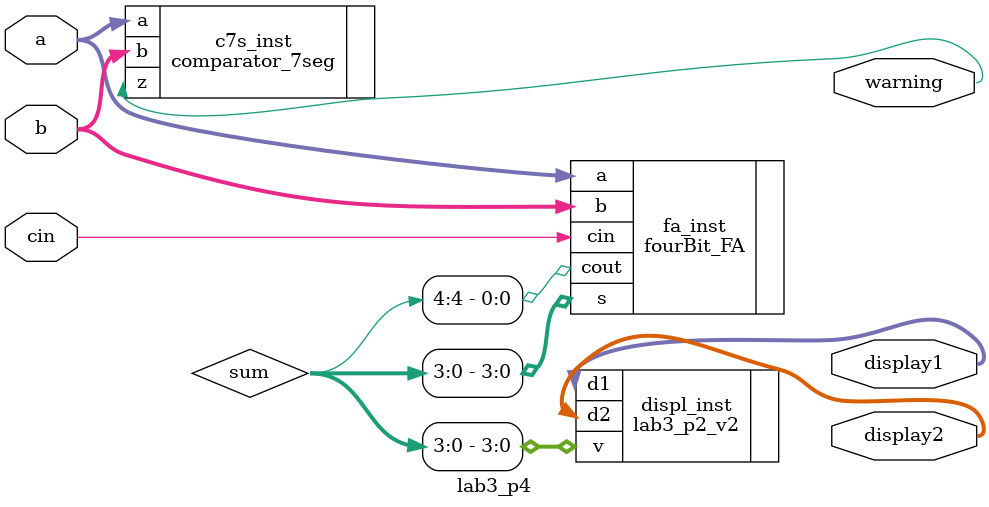
<source format=v>
module lab3_p4(a,b, cin, display1, display2, warning);

input [3:0] a, b;
input cin;
output [6:0] display1, display2;
output warning;
wire [4:0] sum;

comparator_7seg c7s_inst(.a(a), .b(b), .z(warning));

fourBit_FA fa_inst(.a(a),.b(b),.cin(cin),.cout(sum[4]),.s(sum[3:0]));

lab3_p2_v2 displ_inst(.v(sum[3:0]), .d1(display1), .d2(display2));

endmodule
</source>
